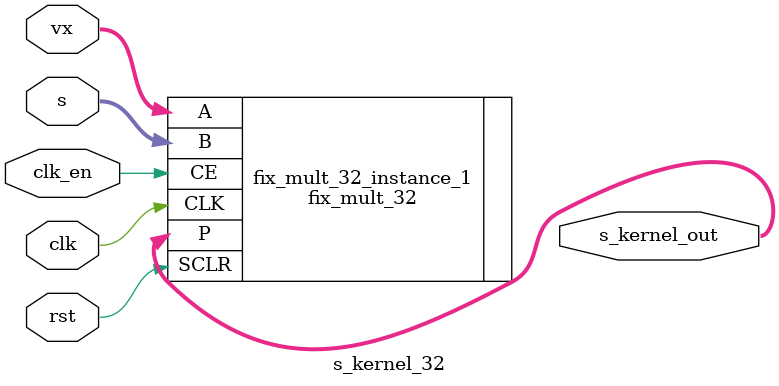
<source format=v>
`timescale 1ns / 1ps


module s_kernel_32(
    input clk,
    input clk_en,
    input rst,
    input [31:0] vx,
    input [31:0] s,
    output wire [31:0] s_kernel_out
);

fix_mult_32 fix_mult_32_instance_1 (
    .CLK(clk),
    .A(vx),
    .B(s),
    .CE(clk_en),
    .SCLR(rst),
    .P(s_kernel_out)
);
endmodule
</source>
